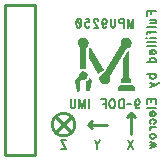
<source format=gbo>
G04 DipTrace 3.0.0.1*
G04 mpu9250.GBO*
%MOIN*%
G04 #@! TF.FileFunction,Legend,Bot*
G04 #@! TF.Part,Single*
%ADD10C,0.01*%
G04 #@! TA.AperFunction,Conductor*
%ADD14C,0.008*%
%FSLAX26Y26*%
G04*
G70*
G90*
G75*
G01*
G04 BotSilk*
%LPD*%
G36*
X849951Y629701D2*
Y644701D1*
X839951Y650701D1*
X802951D1*
X792951Y644701D1*
Y629701D1*
D1*
X849951D1*
G37*
G36*
X838951Y657701D2*
Y671701D1*
X831951Y676701D1*
Y766701D1*
X826951Y765701D1*
X810951Y738701D1*
Y675701D1*
X803951Y671701D1*
Y657701D1*
X802951D1*
X838951D1*
G37*
G36*
X822951Y772701D2*
X830951Y774701D1*
X836951Y780701D1*
X839951Y790701D1*
X837951Y799701D1*
X830951Y806701D1*
X820951Y808701D1*
X811951Y806701D1*
X804951Y798701D1*
X802951Y789701D1*
X804951Y782701D1*
X748951Y690701D1*
X740951Y688701D1*
X733951Y681701D1*
X730951Y672701D1*
X732951Y662701D1*
X740951Y655701D1*
X749951Y653701D1*
X758951Y655701D1*
X765951Y662701D1*
X768951Y672701D1*
X766951Y681701D1*
X822951Y772701D1*
G37*
G36*
X743951Y696701D2*
X736951Y694701D1*
X728951Y686701D1*
X695951Y740701D1*
Y772701D1*
X699951Y776701D1*
X745951Y700701D1*
X743951Y696701D1*
G37*
G36*
X688951Y775701D2*
X694951Y780701D1*
X697951Y790701D1*
X694951Y799701D1*
X687951Y806701D1*
X678951Y808701D1*
X668951Y806701D1*
X661951Y799701D1*
X659951Y789701D1*
X662951Y780701D1*
X667951Y775701D1*
Y702701D1*
X678951Y705701D1*
X688951Y702701D1*
D1*
Y775701D1*
G37*
G36*
X698951Y675701D2*
X697951Y671701D1*
X689951Y663701D1*
X686951D1*
X688951Y661701D1*
Y630701D1*
X699951Y629701D1*
X707951Y666701D1*
X698951Y675701D1*
G37*
G36*
X690951Y690701D2*
X692951Y683701D1*
X690951Y675701D1*
X685951Y670701D1*
X678951Y668701D1*
X674951Y669701D1*
X667951Y661701D1*
Y630701D1*
X656951Y628701D1*
X649951Y665701D1*
X664951Y680701D1*
X663951Y683701D1*
X665951Y690701D1*
X670951Y695701D1*
X677951Y697701D1*
X685951Y695701D1*
X690951Y690701D1*
G37*
X837450Y487452D2*
D10*
Y556202D1*
X824950Y543702D1*
X837450Y556202D2*
X849953Y543702D1*
X693701Y518701D2*
X756201D1*
X693701D2*
X706201Y531201D1*
X693701Y518701D2*
X706201Y506201D1*
X574952Y518700D2*
G02X574952Y518700I37499J0D01*
G01*
X587452Y493701D2*
X637450Y543702D1*
X587452D2*
X637450Y493701D1*
X418701Y918701D2*
X518701D1*
Y418701D1*
X418701D1*
Y918701D1*
X826940Y842078D2*
D14*
Y872222D1*
X836119Y842078D1*
X845298Y872222D1*
Y842078D1*
X814140Y856437D2*
X803793D1*
X800371Y857863D1*
X799204Y859322D1*
X798063Y862174D1*
Y866485D1*
X799204Y869337D1*
X800371Y870796D1*
X803793Y872222D1*
X814140D1*
Y842078D1*
X785263Y872222D2*
Y850700D1*
X784122Y846389D1*
X781814Y843537D1*
X778365Y842078D1*
X776084D1*
X772635Y843537D1*
X770327Y846389D1*
X769186Y850700D1*
Y872222D1*
X741450Y862174D2*
X742617Y857863D1*
X744899Y854977D1*
X748348Y853552D1*
X749489D1*
X752937Y854977D1*
X755219Y857863D1*
X756386Y862174D1*
Y863600D1*
X755219Y867911D1*
X752937Y870762D1*
X749489Y872188D1*
X748348D1*
X744899Y870762D1*
X742617Y867911D1*
X741450Y862174D1*
Y854977D1*
X742617Y847815D1*
X744899Y843504D1*
X748348Y842078D1*
X750629D1*
X754078Y843504D1*
X755219Y846389D1*
X727483Y865026D2*
Y866451D1*
X726342Y869337D1*
X725201Y870762D1*
X722893Y872188D1*
X718304D1*
X716022Y870762D1*
X714881Y869337D1*
X713714Y866451D1*
Y863600D1*
X714881Y860714D1*
X717163Y856437D1*
X728650Y842078D1*
X712573D1*
X686005Y872188D2*
X697465D1*
X698606Y859289D1*
X697465Y860714D1*
X694016Y862174D1*
X690594D1*
X687145Y860714D1*
X684837Y857863D1*
X683697Y853552D1*
Y850700D1*
X684837Y846389D1*
X687145Y843504D1*
X690594Y842078D1*
X694016D1*
X697465Y843504D1*
X698606Y844963D1*
X699773Y847815D1*
X663999Y872188D2*
X667448Y870762D1*
X669756Y866451D1*
X670897Y859289D1*
Y854977D1*
X669756Y847815D1*
X667448Y843504D1*
X663999Y842078D1*
X661717D1*
X658269Y843504D1*
X655987Y847815D1*
X654820Y854977D1*
Y859289D1*
X655987Y866451D1*
X658269Y870762D1*
X661717Y872188D1*
X663999D1*
X655987Y866451D2*
X669756Y847815D1*
X851458Y593424D2*
X852625Y589113D1*
X854907Y586227D1*
X858355Y584802D1*
X859496D1*
X862945Y586227D1*
X865226Y589113D1*
X866394Y593424D1*
Y594850D1*
X865226Y599161D1*
X862945Y602012D1*
X859496Y603438D1*
X858355D1*
X854907Y602012D1*
X852625Y599161D1*
X851458Y593424D1*
Y586227D1*
X852625Y579065D1*
X854907Y574754D1*
X858355Y573328D1*
X860637D1*
X864086Y574754D1*
X865226Y577639D1*
X838658Y588383D2*
X825393D1*
X812593Y603472D2*
Y573328D1*
X804555D1*
X801106Y574787D1*
X798798Y577639D1*
X797657Y580524D1*
X796516Y584802D1*
Y591998D1*
X797657Y596309D1*
X798798Y599161D1*
X801106Y602046D1*
X804555Y603472D1*
X812593D1*
X776819D2*
X779127Y602046D1*
X781408Y599161D1*
X782575Y596309D1*
X783716Y591998D1*
Y584802D1*
X782575Y580524D1*
X781408Y577639D1*
X779127Y574787D1*
X776819Y573328D1*
X772229D1*
X769947Y574787D1*
X767639Y577639D1*
X766499Y580524D1*
X765358Y584802D1*
Y591998D1*
X766499Y596309D1*
X767639Y599161D1*
X769947Y602046D1*
X772229Y603472D1*
X776819D1*
X737622D2*
X752558D1*
Y573328D1*
Y589113D2*
X743379D1*
X696104Y603472D2*
Y573328D1*
X664946D2*
Y603472D1*
X674125Y573328D1*
X683304Y603472D1*
Y573328D1*
X652146Y603472D2*
Y581950D1*
X651005Y577639D1*
X648697Y574787D1*
X645248Y573328D1*
X642967D1*
X639518Y574787D1*
X637210Y577639D1*
X636069Y581950D1*
Y603472D1*
X845027Y466842D2*
X828950Y436698D1*
Y466842D2*
X845027Y436698D1*
X734809Y466842D2*
X725630Y452483D1*
Y436698D1*
X716450Y466842D2*
X725630Y452483D1*
X620027Y466842D2*
X603950D1*
X620027Y436698D1*
X603950D1*
X889430Y881720D2*
Y896656D1*
X919574D1*
X903789D2*
Y887476D1*
X899478Y868920D2*
X913837D1*
X918115Y867779D1*
X919574Y865471D1*
Y862022D1*
X918115Y859740D1*
X913837Y856292D1*
X899478D2*
X919574D1*
X889430Y843492D2*
X919574D1*
X889430Y821512D2*
Y823794D1*
X890856Y826102D1*
X895167Y827243D1*
X919574D1*
X899478Y830692D2*
Y822653D1*
X889430Y808712D2*
X890856Y807572D1*
X889430Y806404D1*
X887971Y807572D1*
X889430Y808712D1*
X899478Y807572D2*
X919574D1*
X889430Y793604D2*
X919574D1*
X889430Y780804D2*
X919574D1*
X908100Y768004D2*
Y754236D1*
X905215D1*
X902330Y755376D1*
X900904Y756517D1*
X899478Y758825D1*
Y762274D1*
X900904Y764556D1*
X903789Y766864D1*
X908100Y768004D1*
X910952D1*
X915263Y766864D1*
X918115Y764556D1*
X919574Y762274D1*
Y758825D1*
X918115Y756517D1*
X915263Y754236D1*
X889430Y727667D2*
X919574D1*
X903789D2*
X900904Y729948D1*
X899478Y732256D1*
Y735705D1*
X900904Y737987D1*
X903789Y740295D1*
X908100Y741436D1*
X910952D1*
X915263Y740295D1*
X918115Y737987D1*
X919574Y735705D1*
Y732256D1*
X918115Y729948D1*
X915263Y727667D1*
X889430Y686149D2*
X919574D1*
X903789D2*
X900904Y683841D1*
X899478Y681560D1*
Y678111D1*
X900904Y675829D1*
X903789Y673521D1*
X908100Y672380D1*
X910952D1*
X915263Y673521D1*
X918115Y675829D1*
X919574Y678111D1*
Y681560D1*
X918115Y683841D1*
X915263Y686149D1*
X899478Y658413D2*
X919574Y651542D1*
X925311Y653824D1*
X928196Y656132D1*
X929622Y658413D1*
Y659580D1*
X899478Y644644D2*
X919574Y651542D1*
X889430Y588217D2*
Y603127D1*
X919574D1*
Y588217D1*
X903789Y603127D2*
Y593948D1*
X889430Y575417D2*
X919574D1*
X908100Y562617D2*
Y548849D1*
X905215D1*
X902330Y549989D1*
X900904Y551130D1*
X899478Y553438D1*
Y556887D1*
X900904Y559169D1*
X903789Y561477D1*
X908100Y562617D1*
X910952D1*
X915263Y561477D1*
X918115Y559168D1*
X919574Y556887D1*
Y553438D1*
X918115Y551130D1*
X915263Y548849D1*
X903789Y522253D2*
X900904Y524561D1*
X899478Y526869D1*
Y530292D1*
X900904Y532600D1*
X903789Y534881D1*
X908100Y536049D1*
X910952D1*
X915263Y534881D1*
X918115Y532600D1*
X919574Y530292D1*
Y526869D1*
X918115Y524561D1*
X915263Y522253D1*
X899478Y509453D2*
X919574D1*
X908100D2*
X903789Y508286D1*
X900904Y506004D1*
X899478Y503696D1*
Y500248D1*
Y481717D2*
X900904Y483999D1*
X903789Y486307D1*
X908101Y487448D1*
X910952D1*
X915263Y486307D1*
X918115Y483999D1*
X919574Y481717D1*
Y478268D1*
X918115Y475960D1*
X915263Y473679D1*
X910952Y472512D1*
X908101D1*
X903789Y473679D1*
X900904Y475960D1*
X899478Y478268D1*
Y481717D1*
Y459712D2*
X919574Y455122D1*
X899478Y450533D1*
X919574Y445943D1*
X899478Y441353D1*
M02*

</source>
